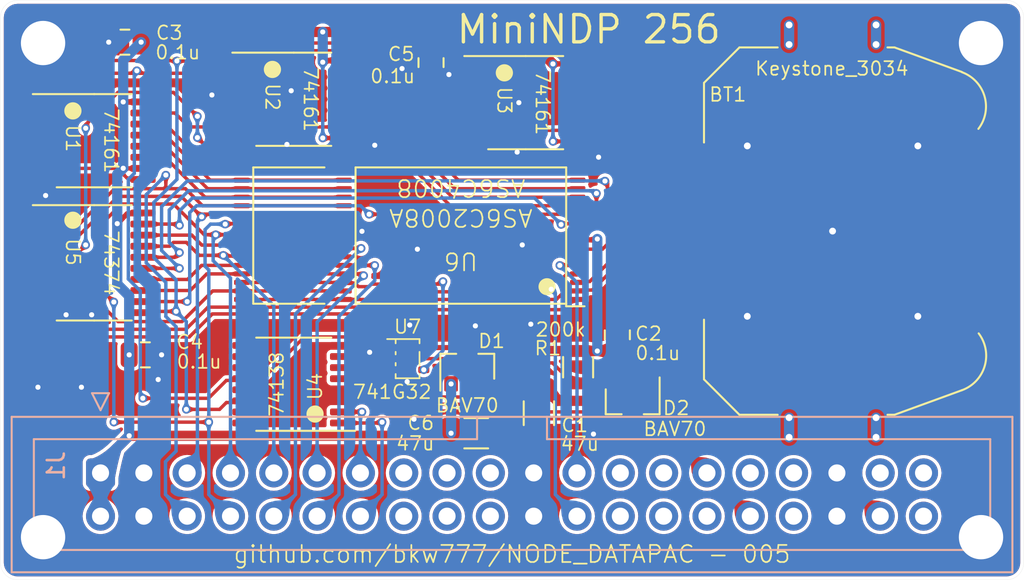
<source format=kicad_pcb>
(kicad_pcb (version 20221018) (generator pcbnew)
  (title_block (title "MiniNDP 256") (date "2023-08-30") (rev "005") (company "Brian K. White - b.kenyon.w@gmail.com") (comment 1 "github.com/bkw777/NODE_DATAPAC"))
  (layers (0 "F.Cu" signal) (31 "B.Cu" signal) (34 "B.Paste" user) (35 "F.Paste" user) (36 "B.SilkS" user "B.Silkscreen") (37 "F.SilkS" user "F.Silkscreen") (38 "B.Mask" user) (39 "F.Mask" user) (44 "Edge.Cuts" user))
  (net 0 "")
  (net 1 "GND")
  (net 2 "VMEM")
  (net 3 "VBUS")
  (net 4 "/AD0")
  (net 5 "/AD1")
  (net 6 "/AD2")
  (net 7 "/AD3")
  (net 8 "/AD4")
  (net 9 "/AD5")
  (net 10 "/AD6")
  (net 11 "/AD7")
  (net 12 "/A8")
  (net 13 "/A9")
  (net 14 "/A10")
  (net 15 "/A11")
  (net 16 "/A12")
  (net 17 "/A13")
  (net 18 "/A14")
  (net 19 "/A15")
  (net 20 "/~{RD}")
  (net 21 "/~{WR}")
  (net 22 "/Y0")
  (net 23 "/~{A}")
  (net 24 "/RAM_RST")
  (net 31 "/~{BLOCK}")
  (net 32 "/~{BYTE}")
  (net 33 "/CARRY0")
  (net 40 "/SLEEP")
  (net 41 "/A5")
  (net 42 "/A6")
  (net 43 "/CARRY1")
  (net 44 "/~{CE}")
  (net 45 "/A7")
  (net 46 "/BATT+")
  (net 47 "/BUS_A8")
  (net 48 "/BUS_A9")
  (net 49 "/A16")
  (net 50 "/A17")
  (net 51 "/A0")
  (net 52 "/A1")
  (net 53 "/A2")
  (net 54 "/A3")
  (net 55 "/A4")
  (footprint "000_LOCAL:MountHole_M2.5" (layer "F.Cu") (at 179.45 88.525)
    (fp_text reference "REF**" hide)
    (fp_text value "MountHole_M2.5" hide)
  )
  (footprint "000_LOCAL:Fiducial_0.75_1.5" (layer "F.Cu") (at 175.95 88.025)
    (fp_text reference "REF**" hide)
    (fp_text value "Fiducial_0.75_1.5" hide)
  )
  (footprint "000_LOCAL:MountHole_M2.5" (layer "F.Cu") (at 124.45 117.525)
    (fp_text reference "REF**" hide)
    (fp_text value "MountHole_M2.5" hide)
  )
  (footprint "000_LOCAL:TSSOP-16" (layer "F.Cu") (at 139.15 108.55 180)
    (fp_text reference "U4")
    (fp_text value "74138")
  )
  (footprint "000_LOCAL:C_1206" (layer "F.Cu") (at 149.85 111.425)
    (fp_text reference "C6")
    (fp_text value "47u")
  )
  (footprint "000_LOCAL:Fiducial_0.75_1.5" (layer "F.Cu") (at 179.95 114.025)
    (fp_text reference "REF**" hide)
    (fp_text value "Fiducial_0.75_1.5" hide)
  )
  (footprint "000_LOCAL:MountHole_M2.5" (layer "F.Cu") (at 179.45 117.525)
    (fp_text reference "REF**" hide)
    (fp_text value "MountHole_M2.5" hide)
  )
  (footprint "000_LOCAL:TSSOP-16" (layer "F.Cu") (at 139.15 91.825)
    (fp_text reference "U2")
    (fp_text value "74161")
  )
  (footprint "000_LOCAL:C_0805" (layer "F.Cu") (at 158.125 105.65 90)
    (fp_text reference "C2")
    (fp_text value "0.1u")
  )
  (footprint "000_LOCAL:C_1206" (layer "F.Cu") (at 153.525 110.25 -90)
    (fp_text reference "C1")
    (fp_text value "47u")
  )
  (footprint "000_LOCAL:SOT-353_SC-70-5" (layer "F.Cu") (at 145.825 107.05)
    (fp_text reference "U7")
    (fp_text value "741G32")
  )
  (footprint "000_LOCAL:R_0805" (layer "F.Cu") (at 155.825 107.55 -90)
    (fp_text reference "R1")
    (fp_text value "200k")
  )
  (footprint "000_LOCAL:C_0805" (layer "F.Cu") (at 129.25 88.475 180)
    (fp_text reference "C3")
    (fp_text value "0.1u")
  )
  (footprint "000_LOCAL:TSSOP-16" (layer "F.Cu") (at 152.75 92.025)
    (fp_text reference "U3")
    (fp_text value "74161")
  )
  (footprint "000_LOCAL:Fiducial_0.75_1.5" (layer "F.Cu") (at 123.95 114.025)
    (fp_text reference "REF**" hide)
    (fp_text value "Fiducial_0.75_1.5" hide)
  )
  (footprint "000_LOCAL:MountHole_M2.5" (layer "F.Cu") (at 124.45 88.525)
    (fp_text reference "REF**" hide)
    (fp_text value "MountHole_M2.5" hide)
  )
  (footprint "000_LOCAL:CR2032_holder_Keystone_3034" (layer "F.Cu") (at 170.746 99.563 90)
    (fp_text reference "BT1")
    (fp_text value "Keystone_3034")
  )
  (footprint "000_LOCAL:SOT-23" (layer "F.Cu") (at 149.325 107.525 90)
    (fp_text reference "D1")
    (fp_text value "BAV70")
  )
  (footprint "000_LOCAL:TSOP32-dual" (layer "F.Cu") (at 145.95 99.825 180)
    (fp_text reference "U6")
    (fp_text value "AS6C2008A")
  )
  (footprint "000_LOCAL:TSSOP-16" (layer "F.Cu") (at 127.45 94.2575)
    (fp_text reference "U1")
    (fp_text value "74161")
  )
  (footprint "000_LOCAL:C_0805" (layer "F.Cu") (at 147.2 89.675 -90)
    (fp_text reference "C5")
    (fp_text value "0.1u")
  )
  (footprint "000_LOCAL:SOT-23" (layer "F.Cu") (at 159.025 109.55 -90)
    (fp_text reference "D2")
    (fp_text value "BAV70")
  )
  (footprint "000_LOCAL:C_0805" (layer "F.Cu") (at 130.45 106.825)
    (fp_text reference "C4")
    (fp_text value "0.1u")
  )
  (footprint "000_LOCAL:TSSOP-20" (layer "F.Cu") (at 127.45 101.425)
    (fp_text reference "U5")
    (fp_text value "74374")
  )
  (footprint "000_LOCAL:IDC-Header_2x20_P2.54mm_Vertical" (layer "B.Cu") (at 127.82 113.755 -90)
    (fp_text reference "J1")
    (fp_text value "Conn_02x20_Odd_Even")
  )
  (gr_arc (start 180.95 86.025) (mid 181.657107 86.317893) (end 181.95 87.025) (stroke (width 0.01)) (layer "Edge.Cuts"))
  (gr_line (start 122.95 86.025) (end 180.95 86.025) (stroke (width 0.01)) (layer "Edge.Cuts"))
  (gr_arc (start 121.95 87.025) (mid 122.242893 86.317893) (end 122.95 86.025) (stroke (width 0.01)) (layer "Edge.Cuts"))
  (gr_line (start 180.95 120.025) (end 122.95 120.025) (stroke (width 0.01)) (layer "Edge.Cuts"))
  (gr_arc (start 181.95 119.025) (mid 181.657107 119.732107) (end 180.95 120.025) (stroke (width 0.01)) (layer "Edge.Cuts"))
  (gr_line (start 181.95 87.025) (end 181.95 119.025) (stroke (width 0.01)) (layer "Edge.Cuts"))
  (gr_arc (start 122.95 120.025) (mid 122.242893 119.732107) (end 121.95 119.025) (stroke (width 0.01)) (layer "Edge.Cuts"))
  (gr_line (start 121.95 119.025) (end 121.95 87.025) (stroke (width 0.01)) (layer "Edge.Cuts"))
  (gr_text "${COMMENT1} - ${REVISION}" (at 151.95 118.525) (layer "F.SilkS") (effects (font (size 1 1) (thickness 0.1))))
  (gr_text "${TITLE}" (at 156.45 87.725) (layer "F.SilkS") (effects (font (size 1.6 1.6) (thickness 0.2))))
  (segment (start 136.1 99.575) (end 142.1 99.575) (width 0.2) (layer "F.Cu") (net 1))
  (via (at 165.746 94.563) (size 0.6) (drill 0.4) (layers "F.Cu" "B.Cu") (net 1))
  (via (at 143.9 94.525) (size 0.5) (drill 0.3) (layers "F.Cu" "B.Cu") (net 1))
  (via (at 124.15 108.725) (size 0.5) (drill 0.3) (layers "F.Cu" "B.Cu") (net 1))
  (via (at 152.35 92.025) (size 0.5) (drill 0.3) (layers "F.Cu" "B.Cu") (net 1))
  (via (at 145.95 105.075) (size 0.5) (drill 0.3) (layers "F.Cu" "B.Cu") (net 1))
  (via (at 157.025 95.225) (size 0.5) (drill 0.3) (layers "F.Cu" "B.Cu") (net 1))
  (via (at 170.746 99.563) (size 0.6) (drill 0.4) (layers "F.Cu" "B.Cu") (net 1))
  (via (at 126.7 108.725) (size 0.5) (drill 0.3) (layers "F.Cu" "B.Cu") (net 1))
  (via (at 143.6 106.675) (size 0.5) (drill 0.3) (layers "F.Cu" "B.Cu") (net 1))
  (via (at 143.15 99.575) (size 0.5) (drill 0.3) (layers "F.Cu" "B.Cu") (net 1))
  (via (at 145.8 108.4) (size 0.5) (drill 0.3) (layers "F.Cu" "B.Cu") (net 1))
  (via (at 131.2 108.275) (size 0.5) (drill 0.3) (layers "F.Cu" "B.Cu") (net 1))
  (via (at 131.4 106.825) (size 0.5) (drill 0.3) (layers "F.Cu" "B.Cu") (net 1))
  (via (at 128.3 88.475) (size 0.5) (drill 0.3) (layers "F.Cu" "B.Cu") (net 1))
  (via (at 124.6 97.475) (size 0.5) (drill 0.3) (layers "F.Cu" "B.Cu") (net 1))
  (via (at 153.05 105.025) (size 0.5) (drill 0.3) (layers "F.Cu" "B.Cu") (net 1))
  (via (at 127.3 104.475) (size 0.5) (drill 0.3) (layers "F.Cu" "B.Cu") (net 1))
  (via (at 152.25 94.925) (size 0.5) (drill 0.3) (layers "F.Cu" "B.Cu") (net 1))
  (via (at 139 91.325) (size 0.5) (drill 0.3) (layers "F.Cu" "B.Cu") (net 1))
  (via (at 134.35 91.575) (size 0.5) (drill 0.3) (layers "F.Cu" "B.Cu") (net 1))
  (via (at 165.746 104.563) (size 0.6) (drill 0.4) (layers "F.Cu" "B.Cu") (net 1))
  (via (at 149.8 105.125) (size 0.5) (drill 0.3) (layers "F.Cu" "B.Cu") (net 1))
  (via (at 145.5 90.025) (size 0.5) (drill 0.3) (layers "F.Cu" "B.Cu") (net 1))
  (via (at 175.746 94.563) (size 0.6) (drill 0.4) (layers "F.Cu" "B.Cu") (net 1))
  (via (at 148.25 90.375) (size 0.5) (drill 0.3) (layers "F.Cu" "B.Cu") (net 1))
  (via (at 175.746 104.563) (size 0.6) (drill 0.4) (layers "F.Cu" "B.Cu") (net 1))
  (via (at 146.2 110.6) (size 0.5) (drill 0.3) (layers "F.Cu" "B.Cu") (net 1))
  (via (at 146.4 100.625) (size 0.5) (drill 0.3) (layers "F.Cu" "B.Cu") (net 1))
  (via (at 156.725 111.475) (size 0.5) (drill 0.3) (layers "F.Cu" "B.Cu") (net 1))
  (via (at 138.75 94.475) (size 0.5) (drill 0.3) (layers "F.Cu" "B.Cu") (net 1))
  (via (at 152.55 100.375) (size 0.5) (drill 0.3) (layers "F.Cu" "B.Cu") (net 1))
  (via (at 125.8 104.475) (size 0.5) (drill 0.3) (layers "F.Cu" "B.Cu") (net 1))
  (segment (start 154.95 100.3) (end 155.125 100.125) (width 0.2) (layer "F.Cu") (net 2))
  (segment (start 155.125 101.025) (end 154.95 100.85) (width 0.2) (layer "F.Cu") (net 2))
  (segment (start 149.325 106.525) (end 149.4 106.6) (width 0.6) (layer "F.Cu") (net 2))
  (segment (start 149.4 106.6) (end 155.825 106.6) (width 0.6) (layer "F.Cu") (net 2))
  (segment (start 155.8 101.075) (end 155.75 101.025) (width 0.2) (layer "F.Cu") (net 2))
  (segment (start 158.125 106.6) (end 158.175 106.65) (width 0.6) (layer "F.Cu") (net 2))
  (segment (start 156.95 106.6) (end 155.825 106.6) (width 0.6) (layer "F.Cu") (net 2))
  (segment (start 156.95 100.075) (end 155.8 100.075) (width 0.3) (layer "F.Cu") (net 2))
  (segment (start 156.95 106.6) (end 158.125 106.6) (width 0.6) (layer "F.Cu") (net 2))
  (segment (start 149.2 106.4) (end 146.775 106.4) (width 0.3) (layer "F.Cu") (net 2))
  (segment (start 149.325 106.525) (end 149.2 106.4) (width 0.3) (layer "F.Cu") (net 2))
  (segment (start 155.125 100.125) (end 155.75 100.125) (width 0.2) (layer "F.Cu") (net 2))
  (segment (start 155.75 101.025) (end 155.125 101.025) (width 0.2) (layer "F.Cu") (net 2))
  (segment (start 155.75 100.125) (end 155.8 100.075) (width 0.2) (layer "F.Cu") (net 2))
  (segment (start 154.95 100.85) (end 154.95 100.3) (width 0.2) (layer "F.Cu") (net 2))
  (via (at 156.95 106.6) (size 0.5) (drill 0.3) (layers "F.Cu" "B.Cu") (net 2))
  (via (at 156.95 100.025) (size 0.5) (drill 0.3) (layers "F.Cu" "B.Cu") (net 2))
  (segment (start 156.95 106.6) (end 156.95 100.025) (width 0.6) (layer "B.Cu") (net 2))
  (segment (start 129.15 95.875) (end 129.1575 95.8825) (width 0.2) (layer "F.Cu") (net 3))
  (segment (start 140.875 94.1) (end 142.1125 94.1) (width 0.2) (layer "F.Cu") (net 3))
  (segment (start 128.35 113.225) (end 127.82 113.755) (width 0.6) (layer "F.Cu") (net 3))
  (segment (start 154.35 89.75) (end 153.325 88.725) (width 0.6) (layer "F.Cu") (net 3))
  (segment (start 129.375 98.55) (end 130.2625 98.55) (width 0.3) (layer "F.Cu") (net 3))
  (segment (start 136.2875 110.825) (end 136.2875 111.2625) (width 0.3) (layer "F.Cu") (net 3))
  (segment (start 128.8 99.125) (end 129.375 98.55) (width 0.3) (layer "F.Cu") (net 3))
  (segment (start 129.5 111.575) (end 128.35 112.725) (width 0.6) (layer "F.Cu") (net 3))
  (segment (start 136.2875 111.2625) (end 136.6 111.575) (width 0.3) (layer "F.Cu") (net 3))
  (segment (start 129.375 96.45) (end 129.15 96.225) (width 0.2) (layer "F.Cu") (net 3))
  (segment (start 136.6 111.575) (end 129.5 111.575) (width 0.6) (layer "F.Cu") (net 3))
  (segment (start 146.35 87.875) (end 147.2 88.725) (width 0.6) (layer "F.Cu") (net 3))
  (segment (start 148.225 111.575) (end 136.6 111.575) (width 0.6) (layer "F.Cu") (net 3))
  (segment (start 140.95 89.55) (end 142.0125 89.55) (width 0.3) (layer "F.Cu") (net 3))
  (segment (start 130.8 87.875) (end 146.35 87.875) (width 0.6) (layer "F.Cu") (net 3))
  (segment (start 130.2625 98.55) (end 130.3125 98.5) (width 0.3) (layer "F.Cu") (net 3))
  (segment (start 136.2875 111.2625) (end 135.975 111.575) (width 0.3) (layer "F.Cu") (net 3))
  (segment (start 128.35 112.725) (end 128.35 113.225) (width 0.6) (layer "F.Cu") (net 3))
  (segment (start 130.2 88.475) (end 130.8 87.875) (width 0.6) (layer "F.Cu") (net 3))
  (segment (start 140.85 89.65) (end 140.95 89.55) (width 0.3) (layer "F.Cu") (net 3))
  (segment (start 129.15 91.9825) (end 130.3125 91.9825) (width 0.3) (layer "F.Cu") (net 3))
  (segment (start 129.1575 95.8825) (end 130.3125 95.8825) (width 0.2) (layer "F.Cu") (net 3))
  (segment (start 129.1425 95.8825) (end 124.5875 95.8825) (width 0.2) (layer "F.Cu") (net 3))
  (segment (start 153.325 88.725) (end 147.2 88.725) (width 0.6) (layer "F.Cu") (net 3))
  (segment (start 129.15 95.875) (end 129.1425 95.8825) (width 0.2) (layer "F.Cu") (net 3))
  (segment (start 129.15 96.225) (end 129.15 95.875) (width 0.2) (layer "F.Cu") (net 3))
  (segment (start 130.23 96.45) (end 129.375 96.45) (width 0.2) (layer "F.Cu") (net 3))
  (segment (start 154.35 89.75) (end 155.6125 89.75) (width 0.3) (layer "F.Cu") (net 3))
  (segment (start 148.375 111.425) (end 148.225 111.575) (width 0.6) (layer "F.Cu") (net 3))
  (segment (start 130.3125 96.5325) (end 130.23 96.45) (width 0.2) (layer "F.Cu") (net 3))
  (segment (start 154.35 94.3) (end 155.6125 94.3) (width 0.2) (layer "F.Cu") (net 3))
  (via (at 130.2 88.475) (size 0.5) (drill 0.3) (layers "F.Cu" "B.Cu") (net 3))
  (via (at 140.85 89.65) (size 0.5) (drill 0.3) (layers "F.Cu" "B.Cu") (net 3))
  (via (at 140.85 94.1) (size 0.5) (drill 0.3) (layers "F.Cu" "B.Cu") (net 3))
  (via (at 148.375 111.425) (size 0.5) (drill 0.3) (layers "F.Cu" "B.Cu") (net 3))
  (via (at 154.35 89.75) (size 0.5) (drill 0.3) (layers "F.Cu" "B.Cu") (net 3))
  (via (at 148.375 108.5325) (size 0.5) (drill 0.3) (layers "F.Cu" "B.Cu") (net 3))
  (via (at 129.5 111.575) (size 0.5) (drill 0.3) (layers "F.Cu" "B.Cu") (net 3))
  (via (at 154.35 94.3) (size 0.5) (drill 0.3) (layers "F.Cu" "B.Cu") (net 3))
  (via (at 129.5 106.825) (size 0.5) (drill 0.3) (layers "F.Cu" "B.Cu") (net 3))
  (via (at 128.8 99.125) (size 0.5) (drill 0.3) (layers "F.Cu" "B.Cu") (net 3))
  (via (at 129.15 95.875) (size 0.5) (drill 0.3) (layers "F.Cu" "B.Cu") (net 3))
  (via (at 140.85 87.875) (size 0.5) (drill 0.3) (layers "F.Cu" "B.Cu") (net 3))
  (via (at 129.15 91.9825) (size 0.5) (drill 0.3) (layers "F.Cu" "B.Cu") (net 3))
  (segment (start 129.15 89.525) (end 129.15 91.9825) (width 0.6) (layer "B.Cu") (net 3))
  (segment (start 127.82 116.295) (end 127.82 113.755) (width 0.6) (layer "B.Cu") (net 3))
  (segment (start 128.35 112.725) (end 128.35 113.225) (width 0.6) (layer "B.Cu") (net 3))
  (segment (start 148.375 111.425) (end 148.375 108.5325) (width 0.6) (layer "B.Cu") (net 3))
  (segment (start 140.85 87.875) (end 140.85 89.65) (width 0.6) (layer "B.Cu") (net 3))
  (segment (start 129.15 91.9825) (end 129.15 95.875) (width 0.6) (layer "B.Cu") (net 3))
  (segment (start 140.85 89.65) (end 140.85 94.1) (width 0.2) (layer "B.Cu") (net 3))
  (segment (start 129.5 106.825) (end 129.5 111.575) (width 0.6) (layer "B.Cu") (net 3))
  (segment (start 154.35 94.3) (end 154.35 89.75) (width 0.2) (layer "B.Cu") (net 3))
  (segment (start 128.35 113.225) (end 127.82 113.755) (width 0.6) (layer "B.Cu") (net 3))
  (segment (start 128.8 102.675) (end 129.5 103.375) (width 0.6) (layer "B.Cu") (net 3))
  (segment (start 128.8 99.125) (end 128.8 96.225) (width 0.6) (layer "B.Cu") (net 3))
  (segment (start 130.2 88.475) (end 129.15 89.525) (width 0.6) (layer "B.Cu") (net 3))
  (segment (start 128.8 96.225) (end 129.15 95.875) (width 0.6) (layer "B.Cu") (net 3))
  (segment (start 129.5 103.375) (end 129.5 106.825) (width 0.6) (layer "B.Cu") (net 3))
  (segment (start 128.8 99.125) (end 128.8 102.675) (width 0.6) (layer "B.Cu") (net 3))
  (segment (start 129.5 111.575) (end 128.35 112.725) (width 0.6) (layer "B.Cu") (net 3))
  (segment (start 131.65 96.95) (end 131.775 97.075) (width 0.2) (layer "F.Cu") (net 4))
  (segment (start 131.775 97.075) (end 128.65 97.075) (width 0.2) (layer "F.Cu") (net 4))
  (segment (start 125.925 99.8) (end 124.5875 99.8) (width 0.2) (layer "F.Cu") (net 4))
  (segment (start 131.65 96.95) (end 131.525 97.075) (width 0.2) (layer "F.Cu") (net 4))
  (segment (start 133.8 98.075) (end 132.8 97.075) (width 0.2) (layer "F.Cu") (net 4))
  (segment (start 128.65 97.075) (end 125.925 99.8) (width 0.2) (layer "F.Cu") (net 4))
  (segment (start 131.65 96.275) (end 131.65 96.95) (width 0.2) (layer "F.Cu") (net 4))
  (segment (start 132.8 97.075) (end 131.775 97.075) (width 0.2) (layer "F.Cu") (net 4))
  (segment (start 136.1 98.075) (end 133.8 98.075) (width 0.2) (layer "F.Cu") (net 4))
  (segment (start 142.100001 98.075001) (end 136.1 98.075) (width 0.2) (layer "F.Cu") (net 4))
  (via (at 131.65 96.275) (size 0.5) (drill 0.3) (layers "F.Cu" "B.Cu") (net 4))
  (segment (start 130.5 101.425) (end 130.5 97.425) (width 0.2) (layer "B.Cu") (net 4))
  (segment (start 131.65 104.575) (end 131.65 102.575) (width 0.2) (layer "B.Cu") (net 4))
  (segment (start 132.25 112.475) (end 132.25 105.175) (width 0.2) (layer "B.Cu") (net 4))
  (segment (start 131.63 113.095) (end 132.25 112.475) (width 0.2) (layer "B.Cu") (net 4))
  (segment (start 132.9 116.295) (end 131.63 115.025) (width 0.2) (layer "B.Cu") (net 4))
  (segment (start 130.5 97.425) (end 131.65 96.275) (width 0.2) (layer "B.Cu") (net 4))
  (segment (start 132.25 105.175) (end 131.65 104.575) (width 0.2) (layer "B.Cu") (net 4))
  (segment (start 131.65 102.575) (end 130.5 101.425) (width 0.2) (layer "B.Cu") (net 4))
  (segment (start 131.63 115.025) (end 131.63 113.095) (width 0.2) (layer "B.Cu") (net 4))
  (segment (start 132.55 97.525) (end 128.85 97.525) (width 0.2) (layer "F.Cu") (net 5))
  (segment (start 133.75 98.725) (end 132.55 97.525) (width 0.2) (layer "F.Cu") (net 5))
  (segment (start 128.85 97.525) (end 125.925 100.45) (width 0.2) (layer "F.Cu") (net 5))
  (segment (start 133.75 98.725) (end 133.9 98.575) (width 0.2) (layer "F.Cu") (net 5))
  (segment (start 133.9 98.575) (end 136.1 98.575) (width 0.2) (layer "F.Cu") (net 5))
  (segment (start 125.925 100.45) (end 124.5875 100.45) (width 0.2) (layer "F.Cu") (net 5))
  (segment (start 136.099999 98.575) (end 142.099999 98.575) (width 0.2) (layer "F.Cu") (net 5))
  (via (at 133.75 98.725) (size 0.5) (drill 0.3) (layers "F.Cu" "B.Cu") (net 5))
  (segment (start 133.5 112.775) (end 132.9 113.375) (width 0.2) (layer "B.Cu") (net 5))
  (segment (start 133.5 98.975) (end 133.5 112.775) (width 0.2) (layer "B.Cu") (net 5))
  (segment (start 132.9 113.375) (end 132.9 113.755) (width 0.2) (layer "B.Cu") (net 5))
  (segment (start 133.75 98.725) (end 133.5 98.975) (width 0.2) (layer "B.Cu") (net 5))
  (segment (start 136.05 99.125) (end 135.16 99.125) (width 0.2) (layer "F.Cu") (net 6))
  (segment (start 142.100002 99.075) (end 136.1 99.075) (width 0.2) (layer "F.Cu") (net 6))
  (segment (start 127.925 103.05) (end 124.5875 103.05) (width 0.2) (layer "F.Cu") (net 6))
  (segment (start 136.1 99.075) (end 136.05 99.125) (width 0.2) (layer "F.Cu") (net 6))
  (segment (start 128.6 103.725) (end 127.925 103.05) (width 0.2) (layer "F.Cu") (net 6))
  (segment (start 128.6 110.775) (end 134.17 110.775) (width 0.2) (layer "F.Cu") (net 6))
  (segment (start 135.16 99.125) (end 135.13 99.155) (width 0.2) (layer "F.Cu") (net 6))
  (via (at 135.13 99.155) (size 0.5) (drill 0.3) (layers "F.Cu" "B.Cu") (net 6))
  (via (at 128.6 103.725) (size 0.5) (drill 0.3) (layers "F.Cu" "B.Cu") (net 6))
  (via (at 134.17 110.775) (size 0.5) (drill 0.3) (layers "F.Cu" "B.Cu") (net 6))
  (via (at 128.6 110.775) (size 0.5) (drill 0.3) (layers "F.Cu" "B.Cu") (net 6))
  (segment (start 128.6 103.725) (end 128.6 110.775) (width 0.2) (layer "B.Cu") (net 6))
  (segment (start 133.95 99.475) (end 134.27 99.155) (width 0.2) (layer "B.Cu") (net 6))
  (segment (start 133.95 101.625) (end 133.95 99.475) (width 0.2) (layer "B.Cu") (net 6))
  (segment (start 134.17 110.775) (end 134.17 101.845) (width 0.2) (layer "B.Cu") (net 6))
  (segment (start 134.17 110.775) (end 134.17 115.025) (width 0.2) (layer "B.Cu") (net 6))
  (segment (start 134.17 115.025) (end 135.44 116.295) (width 0.2) (layer "B.Cu") (net 6))
  (segment (start 134.27 99.155) (end 135.13 99.155) (width 0.2) (layer "B.Cu") (net 6))
  (segment (start 134.17 101.845) (end 133.95 101.625) (width 0.2) (layer "B.Cu") (net 6))
  (segment (start 124.5875 102.4) (end 125.925 102.4) (width 0.2) (layer "F.Cu") (net 7))
  (segment (start 135.51 100.025) (end 136.05 100.025) (width 0.2) (layer "F.Cu") (net 7))
  (segment (start 128.15 100.175) (end 128.15 98.875) (width 0.2) (layer "F.Cu") (net 7))
  (segment (start 128.15 98.875) (end 129.05 97.975) (width 0.2) (layer "F.Cu") (net 7))
  (segment (start 125.925 102.4) (end 128.15 100.175) (width 0.2) (layer "F.Cu") (net 7))
  (segment (start 129.05 97.975) (end 132.1 97.975) (width 0.2) (layer "F.Cu") (net 7))
  (segment (start 135.26 99.775) (end 134.575 99.775) (width 0.2) (layer "F.Cu") (net 7))
  (segment (start 132.1 97.975) (end 133.9 99.775) (width 0.2) (layer "F.Cu") (net 7))
  (segment (start 135.26 99.775) (end 135.51 100.025) (width 0.2) (layer "F.Cu") (net 7))
  (segment (start 142.1 100.075) (end 136.1 100.075) (width 0.2) (layer "F.Cu") (net 7))
  (segment (start 136.05 100.025) (end 136.1 100.075) (width 0.2) (layer "F.Cu") (net 7))
  (segment (start 133.9 99.775) (end 134.575 99.775) (width 0.2) (layer "F.Cu") (net 7))
  (via (at 134.575 99.775) (size 0.5) (drill 0.3) (layers "F.Cu" "B.Cu") (net 7))
  (segment (start 134.425 99.95) (end 134.425 101.3) (width 0.2) (layer "B.Cu") (net 7))
  (segment (start 135.44 102.315) (end 135.44 113.755) (width 0.2) (layer "B.Cu") (net 7))
  (segment (start 134.425 101.3) (end 135.44 102.315) (width 0.2) (layer "B.Cu") (net 7))
  (segment (start 134.6 99.775) (end 134.425 99.95) (width 0.2) (layer "B.Cu") (net 7))
  (segment (start 136.05 100.525) (end 135.4 100.525) (width 0.2) (layer "F.Cu") (net 8))
  (segment (start 143.1 100.575) (end 142.100002 100.575) (width 0.2) (layer "F.Cu") (net 8))
  (segment (start 136.1 100.575) (end 142.1 100.575) (width 0.2) (layer "F.Cu") (net 8))
  (segment (start 135.26 100.385) (end 133.76 100.385) (width 0.2) (layer "F.Cu") (net 8))
  (segment (start 133.175 99.8) (end 130.3125 99.8) (width 0.2) (layer "F.Cu") (net 8))
  (segment (start 135.4 100.525) (end 135.26 100.385) (width 0.2) (layer "F.Cu") (net 8))
  (segment (start 136.1 100.575) (end 136.05 100.525) (width 0.2) (layer "F.Cu") (net 8))
  (segment (start 133.76 100.385) (end 133.175 99.8) (width 0.2) (layer "F.Cu") (net 8))
  (via (at 143.1 100.575) (size 0.5) (drill 0.3) (layers "F.Cu" "B.Cu") (net 8))
  (segment (start 139.25 115.025) (end 137.98 116.295) (width 0.2) (layer "B.Cu") (net 8))
  (segment (start 143.1 100.575) (end 139.25 104.425) (width 0.2) (layer "B.Cu") (net 8))
  (segment (start 139.25 104.425) (end 139.25 115.025) (width 0.2) (layer "B.Cu") (net 8))
  (segment (start 132.85 100.225) (end 132.1 100.225) (width 0.2) (layer "F.Cu") (net 9))
  (segment (start 135.02 100.985) (end 135.06 101.025) (width 0.2) (layer "F.Cu") (net 9))
  (segment (start 136.05 101.025) (end 136.1 101.075) (width 0.2) (layer "F.Cu") (net 9))
  (segment (start 135.06 101.025) (end 136.05 101.025) (width 0.2) (layer "F.Cu") (net 9))
  (segment (start 135.02 100.985) (end 133.61 100.985) (width 0.2) (layer "F.Cu") (net 9))
  (segment (start 142.1 101.075) (end 136.1 101.075) (width 0.2) (layer "F.Cu") (net 9))
  (segment (start 131.875 100.45) (end 130.3125 100.45) (width 0.2) (layer "F.Cu") (net 9))
  (segment (start 132.1 100.225) (end 131.875 100.45) (width 0.2) (layer "F.Cu") (net 9))
  (segment (start 133.61 100.985) (end 132.85 100.225) (width 0.2) (layer "F.Cu") (net 9))
  (via (at 135.02 100.985) (size 0.5) (drill 0.3) (layers "F.Cu" "B.Cu") (net 9))
  (segment (start 137.98 103.945) (end 137.98 113.755) (width 0.2) (layer "B.Cu") (net 9))
  (segment (start 135.02 100.985) (end 137.98 103.945) (width 0.2) (layer "B.Cu") (net 9))
  (segment (start 132.925 102.4) (end 130.3125 102.4) (width 0.2) (layer "F.Cu") (net 10))
  (segment (start 143.899999 101.574999) (end 142.100001 101.574999) (width 0.2) (layer "F.Cu") (net 10))
  (segment (start 142.1 101.575) (end 136.1 101.575) (width 0.2) (layer "F.Cu") (net 10))
  (segment (start 143.9 101.575) (end 143.899999 101.574999) (width 0.2) (layer "F.Cu") (net 10))
  (segment (start 136.1 101.575) (end 133.75 101.575) (width 0.2) (layer "F.Cu") (net 10))
  (segment (start 133.75 101.575) (end 132.925 102.4) (width 0.2) (layer "F.Cu") (net 10))
  (via (at 143.9 101.575) (size 0.5) (drill 0.3) (layers "F.Cu" "B.Cu") (net 10))
  (segment (start 143.9 102.465) (end 141.8 104.565) (width 0.2) (layer "B.Cu") (net 10))
  (segment (start 141.8 115.015) (end 140.52 116.295) (width 0.2) (layer "B.Cu") (net 10))
  (segment (start 141.8 104.565) (end 141.8 115.015) (width 0.2) (layer "B.Cu") (net 10))
  (segment (start 143.9 101.575) (end 143.9 102.465) (width 0.2) (layer "B.Cu") (net 10))
  (segment (start 136.1 102.075) (end 134.05 102.075) (width 0.2) (layer "F.Cu") (net 11))
  (segment (start 142.1 102.075) (end 143.15 102.075) (width 0.2) (layer "F.Cu") (net 11))
  (segment (start 134.05 102.075) (end 133.075 103.05) (width 0.2) (layer "F.Cu") (net 11))
  (segment (start 133.075 103.05) (end 130.3125 103.05) (width 0.2) (layer "F.Cu") (net 11))
  (segment (start 136.1 102.075) (end 142.1 102.075) (width 0.2) (layer "F.Cu") (net 11))
  (segment (start 143.25 102.175) (end 143.15 102.075) (width 0.2) (layer "F.Cu") (net 11))
  (via (at 143.25 102.175) (size 0.5) (drill 0.3) (layers "F.Cu" "B.Cu") (net 11))
  (segment (start 143.25 102.175) (end 140.52 104.905) (width 0.2) (layer "B.Cu") (net 11))
  (segment (start 140.52 104.905) (end 140.52 113.755) (width 0.2) (layer "B.Cu") (net 11))
  (segment (start 156.5 102.525) (end 158 101.025) (width 0.2) (layer "F.Cu") (net 12))
  (segment (start 155.7125 91.8) (end 155.6125 91.7) (width 0.2) (layer "F.Cu") (net 12))
  (segment (start 158 101.025) (end 158 93.1) (width 0.2) (layer "F.Cu") (net 12))
  (segment (start 155.85 102.525) (end 156.5 102.525) (width 0.2) (layer "F.Cu") (net 12))
  (segment (start 156.7 91.8) (end 155.7125 91.8) (width 0.2) (layer "F.Cu") (net 12))
  (segment (start 158 93.1) (end 156.7 91.8) (width 0.2) (layer "F.Cu") (net 12))
  (segment (start 155.8 102.575) (end 155.85 102.525) (width 0.2) (layer "F.Cu") (net 12))
  (segment (start 156.675 91.15) (end 158.45 92.925) (width 0.2) (layer "F.Cu") (net 13))
  (segment (start 155.7125 91.15) (end 156.675 91.15) (width 0.2) (layer "F.Cu") (net 13))
  (segment (start 158.45 101.225) (end 156.65 103.025) (width 0.2) (layer "F.Cu") (net 13))
  (segment (start 155.6125 91.05) (end 155.7125 91.15) (width 0.2) (layer "F.Cu") (net 13))
  (segment (start 156.65 103.025) (end 155.85 103.025) (width 0.2) (layer "F.Cu") (net 13))
  (segment (start 158.45 92.925) (end 158.45 101.225) (width 0.2) (layer "F.Cu") (net 13))
  (segment (start 155.85 103.025) (end 155.8 103.075) (width 0.2) (layer "F.Cu") (net 13))
  (segment (start 134.4 103.075) (end 136.1 103.075) (width 0.2) (layer "F.Cu") (net 14))
  (segment (start 127.675 103.7) (end 128.85 104.875) (width 0.2) (layer "F.Cu") (net 14))
  (segment (start 128.85 104.875) (end 132.6 104.875) (width 0.2) (layer "F.Cu") (net 14))
  (segment (start 142.100002 103.075) (end 136.1 103.075) (width 0.2) (layer "F.Cu") (net 14))
  (segment (start 124.5875 103.7) (end 127.675 103.7) (width 0.2) (layer "F.Cu") (net 14))
  (segment (start 132.6 104.875) (end 134.4 103.075) (width 0.2) (layer "F.Cu") (net 14))
  (segment (start 143.9 104.425) (end 134.375 104.425) (width 0.2) (layer "F.Cu") (net 15))
  (segment (start 123.9 105.775) (end 123.05 104.925) (width 0.2) (layer "F.Cu") (net 15))
  (segment (start 134.375 104.425) (end 133.025 105.775) (width 0.2) (layer "F.Cu") (net 15))
  (segment (start 155.8 103.575) (end 155.5 103.575) (width 0.2) (layer "F.Cu") (net 15))
  (segment (start 123.05 99.85) (end 123.65 99.25) (width 0.2) (layer "F.Cu") (net 15))
  (segment (start 144.15 104.175) (end 143.9 104.425) (width 0.2) (layer "F.Cu") (net 15))
  (segment (start 155.5 103.575) (end 154.9 104.175) (width 0.2) (layer "F.Cu") (net 15))
  (segment (start 123.65 99.25) (end 124.4875 99.25) (width 0.2) (layer "F.Cu") (net 15))
  (segment (start 123.05 104.925) (end 123.05 99.85) (width 0.2) (layer "F.Cu") (net 15))
  (segment (start 124.4875 99.25) (end 124.5875 99.15) (width 0.2) (layer "F.Cu") (net 15))
  (segment (start 133.025 105.775) (end 123.9 105.775) (width 0.2) (layer "F.Cu") (net 15))
  (segment (start 154.9 104.175) (end 144.15 104.175) (width 0.2) (layer "F.Cu") (net 15))
  (segment (start 128.8375 91.425) (end 132.1 91.425) (width 0.2) (layer "F.Cu") (net 16))
  (segment (start 135 95.575) (end 145.83 95.575) (width 0.2) (layer "F.Cu") (net 16))
  (segment (start 124.6875 101.65) (end 124.5875 101.75) (width 0.2) (layer "F.Cu") (net 16))
  (segment (start 132.1 91.425) (end 133.5 92.825) (width 0.2) (layer "F.Cu") (net 16))
  (segment (start 125.675 101.65) (end 124.6875 101.65) (width 0.2) (layer "F.Cu") (net 16))
  (segment (start 145.83 95.575) (end 148.33 98.075) (width 0.2) (layer "F.Cu") (net 16))
  (segment (start 126.95 100.375) (end 125.675 101.65) (width 0.2) (layer "F.Cu") (net 16))
  (segment (start 126.95 93.3125) (end 128.8375 91.425) (width 0.2) (layer "F.Cu") (net 16))
  (segment (start 126.95 93.525) (end 126.95 93.3125) (width 0.2) (layer "F.Cu") (net 16))
  (segment (start 133.5 94.075) (end 135 95.575) (width 0.2) (layer "F.Cu") (net 16))
  (segment (start 148.33 98.075) (end 155.8 98.075) (width 0.2) (layer "F.Cu") (net 16))
  (via (at 126.95 93.525) (size 0.5) (drill 0.3) (layers "F.Cu" "B.Cu") (net 16))
  (via (at 126.95 100.375) (size 0.5) (drill 0.3) (layers "F.Cu" "B.Cu") (net 16))
  (via (at 133.5 94.075) (size 0.5) (drill 0.3) (layers "F.Cu" "B.Cu") (net 16))
  (via (at 133.5 92.825) (size 0.5) (drill 0.3) (layers "F.Cu" "B.Cu") (net 16))
  (segment (start 133.5 92.825) (end 133.5 94.075) (width 0.2) (layer "B.Cu") (net 16))
  (segment (start 126.95 100.375) (end 126.95 93.525) (width 0.2) (layer "B.Cu") (net 16))
  (segment (start 123.45 101.425) (end 123.675 101.2) (width 0.2) (layer "F.Cu") (net 17))
  (segment (start 154.55 103.575) (end 144.1 103.575) (width 0.2) (layer "F.Cu") (net 17))
  (segment (start 124.05 105.325) (end 123.45 104.725) (width 0.2) (layer "F.Cu") (net 17))
  (segment (start 132.825 105.325) (end 124.05 105.325) (width 0.2) (layer "F.Cu") (net 17))
  (segment (start 123.45 104.725) (end 123.45 101.425) (width 0.2) (layer "F.Cu") (net 17))
  (segment (start 155.8 102.075) (end 155.75 102.125) (width 0.2) (layer "F.Cu") (net 17))
  (segment (start 144.1 103.575) (end 143.65 104.025) (width 0.2) (layer "F.Cu") (net 17))
  (segment (start 154.95 102.295) (end 154.95 103.175) (width 0.2) (layer "F.Cu") (net 17))
  (segment (start 123.675 101.2) (end 124.4875 101.2) (width 0.2) (layer "F.Cu") (net 17))
  (segment (start 155.75 102.125) (end 155.12 102.125) (width 0.2) (layer "F.Cu") (net 17))
  (segment (start 134.125 104.025) (end 132.825 105.325) (width 0.2) (layer "F.Cu") (net 17))
  (segment (start 124.4875 101.2) (end 124.5875 101.1) (width 0.2) (layer "F.Cu") (net 17))
  (segment (start 155.12 102.125) (end 154.95 102.295) (width 0.2) (layer "F.Cu") (net 17))
  (segment (start 154.95 103.175) (end 154.55 103.575) (width 0.2) (layer "F.Cu") (net 17))
  (segment (start 143.65 104.025) (end 134.125 104.025) (width 0.2) (layer "F.Cu") (net 17))
  (segment (start 143.57 98.575) (end 155.8 98.575) (width 0.2) (layer "F.Cu") (net 18))
  (segment (start 132.9 103.7) (end 130.3125 103.7) (width 0.2) (layer "F.Cu") (net 18))
  (via (at 143.57 98.575) (size 0.5) (drill 0.3) (layers "F.Cu" "B.Cu") (net 18))
  (via (at 132.9 103.7) (size 0.5) (drill 0.3) (layers "F.Cu" "B.Cu") (net 18))
  (segment (start 133.45 98.075) (end 143.07 98.075) (width 0.2) (layer "B.Cu") (net 18))
  (segment (start 133.05 103.55) (end 133.05 98.475) (width 0.2) (layer "B.Cu") (net 18))
  (segment (start 133.05 98.475) (end 133.45 98.075) (width 0.2) (layer "B.Cu") (net 18))
  (segment (start 132.9 103.7) (end 133.05 103.55) (width 0.2) (layer "B.Cu") (net 18))
  (segment (start 143.07 98.075) (end 143.57 98.575) (width 0.2) (layer "B.Cu") (net 18))
  (segment (start 132.45 101.75) (end 130.3125 101.75) (width 0.2) (layer "F.Cu") (net 19))
  (segment (start 157.55 96.775) (end 157.55 100.325) (width 0.2) (layer "F.Cu") (net 19))
  (segment (start 155.85 100.625) (end 155.8 100.575) (width 0.2) (layer "F.Cu") (net 19))
  (segment (start 157.4 96.625) (end 157.55 96.775) (width 0.2) (layer "F.Cu") (net 19))
  (segment (start 157.55 100.325) (end 157.25 100.625) (width 0.2) (layer "F.Cu") (net 19))
  (segment (start 157.25 100.625) (end 155.85 100.625) (width 0.2) (layer "F.Cu") (net 19))
  (via (at 157.4 96.625) (size 0.5) (drill 0.3) (layers "F.Cu" "B.Cu") (net 19))
  (via (at 132.45 101.75) (size 0.5) (drill 0.3) (layers "F.Cu" "B.Cu") (net 19))
  (segment (start 157.39 96.615) (end 157.4 96.625) (width 0.2) (layer "B.Cu") (net 19))
  (segment (start 131.4 98.125) (end 132.91 96.615) (width 0.2) (layer "B.Cu") (net 19))
  (segment (start 132.45 101.75) (end 131.4 100.7) (width 0.2) (layer "B.Cu") (net 19))
  (segment (start 131.4 100.7) (end 131.4 98.125) (width 0.2) (layer "B.Cu") (net 19))
  (segment (start 132.91 96.615) (end 157.39 96.615) (width 0.2) (layer "B.Cu") (net 19))
  (segment (start 143.45 103.575) (end 142.1 103.575) (width 0.2) (layer "F.Cu") (net 20))
  (segment (start 143.9 103.125) (end 143.45 103.575) (width 0.2) (layer "F.Cu") (net 20))
  (segment (start 154.25 102.975) (end 154.1 103.125) (width 0.2) (layer "F.Cu") (net 20))
  (segment (start 154.1 103.125) (end 143.9 103.125) (width 0.2) (layer "F.Cu") (net 20))
  (segment (start 136.1 103.574999) (end 142.099999 103.575) (width 0.2) (layer "F.Cu") (net 20))
  (via (at 154.25 102.975) (size 0.5) (drill 0.3) (layers "F.Cu" "B.Cu") (net 20))
  (segment (start 154.25 102.975) (end 154.49 103.215) (width 0.2) (layer "B.Cu") (net 20))
  (segment (start 154.49 115.025) (end 155.76 116.295) (width 0.2) (layer "B.Cu") (net 20))
  (segment (start 154.49 103.215) (end 154.49 115.025) (width 0.2) (layer "B.Cu") (net 20))
  (segment (start 154.75 101.575) (end 155.8 101.575) (width 0.2) (layer "F.Cu") (net 21))
  (via (at 154.75 101.575) (size 0.5) (drill 0.3) (layers "F.Cu" "B.Cu") (net 21))
  (segment (start 154.75 101.575) (end 155.76 102.585) (width 0.2) (layer "B.Cu") (net 21))
  (segment (start 155.76 102.585) (end 155.76 113.755) (width 0.2) (layer "B.Cu") (net 21))
  (segment (start 158.225 111.775) (end 161.4 111.775) (width 0.2) (layer "F.Cu") (net 22))
  (segment (start 161.4 111.775) (end 163.38 113.755) (width 0.2) (layer "F.Cu") (net 22))
  (segment (start 152.7 110.575) (end 157.025 110.575) (width 0.2) (layer "F.Cu") (net 22))
  (segment (start 151.85 109.725) (end 152.7 110.575) (width 0.2) (layer "F.Cu") (net 22))
  (segment (start 142.0125 108.225) (end 143.6 108.225) (width 0.2) (layer "F.Cu") (net 22))
  (segment (start 157.025 110.575) (end 158.225 111.775) (width 0.2) (layer "F.Cu") (net 22))
  (segment (start 143.6 108.225) (end 145.1 109.725) (width 0.2) (layer "F.Cu") (net 22))
  (segment (start 145.1 109.725) (end 151.85 109.725) (width 0.2) (layer "F.Cu") (net 22))
  (segment (start 145.3 109.3) (end 143.575 107.575) (width 0.2) (layer "F.Cu") (net 23))
  (segment (start 165.92 116.295) (end 164.65 115.025) (width 0.2) (layer "F.Cu") (net 23))
  (segment (start 164.65 113.0475) (end 163.9775 112.375) (width 0.2) (layer "F.Cu") (net 23))
  (segment (start 157.275 110.175) (end 152.925 110.175) (width 0.2) (layer "F.Cu") (net 23))
  (segment (start 161.625 111.325) (end 158.425 111.325) (width 0.2) (layer "F.Cu") (net 23))
  (segment (start 152.05 109.3) (end 145.3 109.3) (width 0.2) (layer "F.Cu") (net 23))
  (segment (start 158.425 111.325) (end 157.275 110.175) (width 0.2) (layer "F.Cu") (net 23))
  (segment (start 162.675 112.375) (end 161.625 111.325) (width 0.2) (layer "F.Cu") (net 23))
  (segment (start 163.9775 112.375) (end 162.675 112.375) (width 0.2) (layer "F.Cu") (net 23))
  (segment (start 143.575 107.575) (end 142.0125 107.575) (width 0.2) (layer "F.Cu") (net 23))
  (segment (start 152.925 110.175) (end 152.05 109.3) (width 0.2) (layer "F.Cu") (net 23))
  (segment (start 164.65 115.025) (end 164.65 113.0475) (width 0.2) (layer "F.Cu") (net 23))
  (segment (start 167.825 115.025) (end 167.19 114.39) (width 0.2) (layer "F.Cu") (net 24))
  (segment (start 173.54 116.295) (end 172.27 115.025) (width 0.2) (layer "F.Cu") (net 24))
  (segment (start 161.525 110.55) (end 159.025 110.55) (width 0.2) (layer "F.Cu") (net 24))
  (segment (start 167.19 114.39) (end 167.19 113.0675) (width 0.2) (layer "F.Cu") (net 24))
  (segment (start 165.9975 111.875) (end 162.85 111.875) (width 0.2) (layer "F.Cu") (net 24))
  (segment (start 162.85 111.875) (end 161.525 110.55) (width 0.2) (layer "F.Cu") (net 24))
  (segment (start 172.27 115.025) (end 167.825 115.025) (width 0.2) (layer "F.Cu") (net 24))
  (segment (start 167.19 113.0675) (end 165.9975 111.875) (width 0.2) (layer "F.Cu") (net 24))
  (segment (start 134.8 110.025) (end 135.2 109.625) (width 0.2) (layer "F.Cu") (net 31))
  (segment (start 132.3 89.575) (end 132.275 89.55) (width 0.2) (layer "F.Cu") (net 31))
  (segment (start 132.25 104.275) (end 130.3875 104.275) (width 0.2) (layer "F.Cu") (net 31))
  (segment (start 132.275 89.55) (end 128.475 89.55) (width 0.2) (layer "F.Cu") (net 31))
  (segment (start 135.2 109.625) (end 136.1875 109.625) (width 0.2) (layer "F.Cu") (net 31))
  (segment (start 136.1875 109.625) (end 136.2875 109.525) (width 0.2) (layer "F.Cu") (net 31))
  (segment (start 132.3 89.575) (end 136.2625 89.575) (width 0.2) (layer "F.Cu") (net 31))
  (segment (start 130.3875 104.275) (end 130.3125 104.35) (width 0.2) (layer "F.Cu") (net 31))
  (segment (start 132.85 110.025) (end 134.8 110.025) (width 0.2) (layer "F.Cu") (net 31))
  (segment (start 136.3875 89.45) (end 137.625 89.45) (width 0.2) (layer "F.Cu") (net 31))
  (segment (start 137.625 89.45) (end 138.55 88.525) (width 0.2) (layer "F.Cu") (net 31))
  (segment (start 145.125 88.525) (end 146.35 89.75) (width 0.2) (layer "F.Cu") (net 31))
  (segment (start 136.2625 89.575) (end 136.2875 89.55) (width 0.2) (layer "F.Cu") (net 31))
  (segment (start 126.0425 91.9825) (end 124.5875 91.9825) (width 0.2) (layer "F.Cu") (net 31))
  (segment (start 146.35 89.75) (end 149.8875 89.75) (width 0.2) (layer "F.Cu") (net 31))
  (segment (start 138.55 88.525) (end 145.125 88.525) (width 0.2) (layer "F.Cu") (net 31))
  (segment (start 128.475 89.55) (end 126.0425 91.9825) (width 0.2) (layer "F.Cu") (net 31))
  (segment (start 136.2875 89.55) (end 136.3875 89.45) (width 0.2) (layer "F.Cu") (net 31))
  (via (at 132.85 110.025) (size 0.5) (drill 0.3) (layers "F.Cu" "B.Cu") (net 31))
  (via (at 132.3 89.575) (size 0.5) (drill 0.3) (layers "F.Cu" "B.Cu") (net 31))
  (via (at 132.25 104.275) (size 0.5) (drill 0.3) (layers "F.Cu" "B.Cu") (net 31))
  (segment (start 130.95 101.125) (end 132.25 102.425) (width 0.2) (layer "B.Cu") (net 31))
  (segment (start 132.3 96.525) (end 130.95 97.875) (width 0.2) (layer "B.Cu") (net 31))
  (segment (start 132.25 102.425) (end 132.25 104.275) (width 0.2) (layer "B.Cu") (net 31))
  (segment (start 132.85 104.875) (end 132.25 104.275) (width 0.2) (layer "B.Cu") (net 31))
  (segment (start 132.3 89.575) (end 132.3 96.525) (width 0.2) (layer "B.Cu") (net 31))
  (segment (start 130.95 97.875) (end 130.95 101.125) (width 0.2) (layer "B.Cu") (net 31))
  (segment (start 132.85 110.025) (end 132.85 104.875) (width 0.2) (layer "B.Cu") (net 31))
  (segment (start 137.425 108.125) (end 136.3875 108.125) (width 0.2) (layer "F.Cu") (net 32))
  (segment (start 143.3 88.975) (end 145.85 91.525) (width 0.2) (layer "F.Cu") (net 32))
  (segment (start 149.7875 90.5) (end 149.8875 90.4) (width 0.2) (layer "F.Cu") (net 32))
  (segment (start 136.2875 90.2) (end 136.1875 90.3) (width 0.2) (layer "F.Cu") (net 32))
  (segment (start 136.3875 90.1) (end 137.625 90.1) (width 0.2) (layer "F.Cu") (net 32))
  (segment (start 144.75 106.4) (end 144.125 105.775) (width 0.2) (layer "F.Cu") (net 32))
  (segment (start 124.67 92.55) (end 124.5875 92.6325) (width 0.2) (layer "F.Cu") (net 32))
  (segment (start 138.75 88.975) (end 143.3 88.975) (width 0.2) (layer "F.Cu") (net 32))
  (segment (start 145.85 91.525) (end 148 91.525) (width 0.2) (layer "F.Cu") (net 32))
  (segment (start 136.2875 90.2) (end 136.3875 90.1) (width 0.2) (layer "F.Cu") (net 32))
  (segment (start 148 91.525) (end 149.025 90.5) (width 0.2) (layer "F.Cu") (net 32))
  (segment (start 136.3875 108.125) (end 136.2875 108.225) (width 0.2) (layer "F.Cu") (net 32))
  (segment (start 144.875 106.4) (end 144.75 106.4) (width 0.2) (layer "F.Cu") (net 32))
  (segment (start 129.8 90.3) (end 128.425 90.3) (width 0.2) (layer "F.Cu") (net 32))
  (segment (start 130.1 90.3) (end 129.95 90.15) (width 0.2) (layer "F.Cu") (net 32))
  (segment (start 135.2 108.325) (end 136.1875 108.325) (width 0.2) (layer "F.Cu") (net 32))
  (segment (start 129.95 90.15) (end 129.8 90.3) (width 0.2) (layer "F.Cu") (net 32))
  (segment (start 144.125 105.775) (end 139.775 105.775) (width 0.2) (layer "F.Cu") (net 32))
  (segment (start 134.15 109.375) (end 135.2 108.325) (width 0.2) (layer "F.Cu") (net 32))
  (segment (start 130.3 109.375) (end 134.15 109.375) (width 0.2) (layer "F.Cu") (net 32))
  (segment (start 126.175 92.55) (end 124.67 92.55) (width 0.2) (layer "F.Cu") (net 32))
  (segment (start 136.1875 90.3) (end 130.1 90.3) (width 0.2) (layer "F.Cu") (net 32))
  (segment (start 149.025 90.5) (end 149.7875 90.5) (width 0.2) (layer "F.Cu") (net 32))
  (segment (start 137.625 90.1) (end 138.75 88.975) (width 0.2) (layer "F.Cu") (net 32))
  (segment (start 128.425 90.3) (end 126.175 92.55) (width 0.2) (layer "F.Cu") (net 32))
  (segment (start 136.1875 108.325) (end 136.2875 108.225) (width 0.2) (layer "F.Cu") (net 32))
  (segment (start 139.775 105.775) (end 137.425 108.125) (width 0.2) (layer "F.Cu") (net 32))
  (via (at 130.3 109.375) (size 0.5) (drill 0.3) (layers "F.Cu" "B.Cu") (net 32))
  (via (at 129.95 90.15) (size 0.5) (drill 0.3) (layers "F.Cu" "B.Cu") (net 32))
  (segment (start 129.8 90.3) (end 129.95 90.15) (width 0.2) (layer "B.Cu") (net 32))
  (segment (start 130.15 109.225) (end 130.15 103.075) (width 0.2) (layer "B.Cu") (net 32))
  (segment (start 129.45 96.525) (end 129.8 96.175) (width 0.2) (layer "B.Cu") (net 32))
  (segment (start 129.45 102.375) (end 129.45 96.525) (width 0.2) (layer "B.Cu") (net 32))
  (segment (start 130.3 109.375) (end 130.15 109.225) (width 0.2) (layer "B.Cu") (net 32))
  (segment (start 130.15 103.075) (end 129.45 102.375) (width 0.2) (layer "B.Cu") (net 32))
  (segment (start 129.8 96.175) (end 129.8 90.3) (width 0.2) (layer "B.Cu") (net 32))
  (segment (start 132.1825 92.6325) (end 133 93.45) (width 0.2) (layer "F.Cu") (net 33))
  (segment (start 130.3125 92.6325) (end 132.1825 92.6325) (width 0.2) (layer "F.Cu") (net 33))
  (segment (start 133 93.45) (end 136.2875 93.45) (width 0.2) (layer "F.Cu") (net 33))
  (segment (start 136.2875 93.45) (end 142.0125 93.45) (width 0.2) (layer "F.Cu") (net 33))
  (segment (start 148.6 107.3) (end 154.325 107.3) (width 0.2) (layer "F.Cu") (net 40))
  (segment (start 144.875 107.05) (end 148.35 107.05) (width 0.2) (layer "F.Cu") (net 40))
  (segment (start 148.35 107.05) (end 148.6 107.3) (width 0.2) (layer "F.Cu") (net 40))
  (segment (start 155.575 108.55) (end 158.075 108.55) (width 0.2) (layer "F.Cu") (net 40))
  (segment (start 154.325 107.3) (end 155.575 108.55) (width 0.2) (layer "F.Cu") (net 40))
  (segment (start 143.725 91.5) (end 148.8 96.575) (width 0.2) (layer "F.Cu") (net 41))
  (segment (start 148.8 96.575) (end 155.8 96.575) (width 0.2) (layer "F.Cu") (net 41))
  (segment (start 142.0125 91.5) (end 143.725 91.5) (width 0.2) (layer "F.Cu") (net 41))
  (segment (start 155.8 97.075) (end 148.6 97.075) (width 0.2) (layer "F.Cu") (net 42))
  (segment (start 143.675 92.15) (end 142.0125 92.15) (width 0.2) (layer "F.Cu") (net 42))
  (segment (start 148.6 97.075) (end 143.675 92.15) (width 0.2) (layer "F.Cu") (net 42))
  (segment (start 143.825 90.2) (end 147.275 93.65) (width 0.2) (layer "F.Cu") (net 43))
  (segment (start 149.8875 93.65) (end 155.6125 93.65) (width 0.2) (layer "F.Cu") (net 43))
  (segment (start 142.0125 90.2) (end 143.825 90.2) (width 0.2) (layer "F.Cu") (net 43))
  (segment (start 147.275 93.65) (end 149.8875 93.65) (width 0.2) (layer "F.Cu") (net 43))
  (segment (start 136.1 102.575) (end 142.1 102.575) (width 0.2) (layer "F.Cu") (net 44))
  (segment (start 142.75 102.625) (end 142.15 102.625) (width 0.2) (layer "F.Cu") (net 44))
  (segment (start 142.95 102.825) (end 142.75 102.625) (width 0.2) (layer "F.Cu") (net 44))
  (segment (start 143.55 102.825) (end 142.95 102.825) (width 0.2) (layer "F.Cu") (net 44))
  (segment (start 147.75 102.675) (end 143.7 102.675) (width 0.2) (layer "F.Cu") (net 44))
  (segment (start 142.15 102.625) (end 142.1 102.575) (width 0.2) (layer "F.Cu") (net 44))
  (segment (start 147.9 102.525) (end 147.75 102.675) (width 0.2) (layer "F.Cu") (net 44))
  (segment (start 143.7 102.675) (end 143.55 102.825) (width 0.2) (layer "F.Cu") (net 44))
  (via (at 146.775 107.7) (size 0.5) (drill 0.3) (layers "F.Cu" "B.Cu") (net 44))
  (via (at 147.9 102.525) (size 0.5) (drill 0.3) (layers "F.Cu" "B.Cu") (net 44))
  (segment (start 147.9 106.575) (end 147.9 102.525) (width 0.2) (layer "B.Cu") (net 44))
  (segment (start 146.775 107.7) (end 147.9 106.575) (width 0.2) (layer "B.Cu") (net 44))
  (segment (start 148.45 97.575) (end 143.675 92.8) (width 0.2) (layer "F.Cu") (net 45))
  (segment (start 143.675 92.8) (end 142.0125 92.8) (width 0.2) (layer "F.Cu") (net 45))
  (segment (start 155.8 97.575) (end 148.45 97.575) (width 0.2) (layer "F.Cu") (net 45))
  (segment (start 154.6 109.525) (end 161.75 109.525) (width 0.6) (layer "F.Cu") (net 46))
  (segment (start 162.738 110.513) (end 170.171 110.513) (width 0.6) (layer "F.Cu") (net 46))
  (segment (start 170.171 110.513) (end 170.746 111.088) (width 0.6) (layer "F.Cu") (net 46))
  (segment (start 153.6 108.525) (end 154.6 109.525) (width 0.6) (layer "F.Cu") (net 46))
  (segment (start 150.2825 108.525) (end 153.6 108.525) (width 0.6) (layer "F.Cu") (net 46))
  (segment (start 161.75 109.525) (end 162.738 110.513) (width 0.6) (layer "F.Cu") (net 46))
  (via (at 173.296 111.663) (size 0.6) (drill 0.4) (layers "F.Cu" "B.Cu") (net 46))
  (via (at 173.296 87.463) (size 0.6) (drill 0.4) (layers "F.Cu" "B.Cu") (net 46))
  (via (at 168.196 88.613) (size 0.6) (drill 0.4) (layers "F.Cu" "B.Cu") (net 46))
  (via (at 173.296 110.513) (size 0.6) (drill 0.4) (layers "F.Cu" "B.Cu") (net 46))
  (via (at 168.196 110.513) (size 0.6) (drill 0.4) (layers "F.Cu" "B.Cu") (net 46))
  (via (at 168.196 87.463) (size 0.6) (drill 0.4) (layers "F.Cu" "B.Cu") (net 46))
  (via (at 168.196 111.663) (size 0.6) (drill 0.4) (layers "F.Cu" "B.Cu") (net 46))
  (via (at 173.296 88.613) (size 0.6) (drill 0.4) (layers "F.Cu" "B.Cu") (net 46))
  (segment (start 173.296 111.663) (end 173.296 110.513) (width 0.6) (layer "B.Cu") (net 46))
  (segment (start 173.296 88.613) (end 173.296 87.463) (width 0.6) (layer "B.Cu") (net 46))
  (segment (start 168.196 111.663) (end 168.196 110.513) (width 0.6) (layer "B.Cu") (net 46))
  (segment (start 168.196 87.463) (end 168.196 88.613) (width 0.6) (layer "B.Cu") (net 46))
  (segment (start 144.28 110.825) (end 142.0125 110.825) (width 0.2) (layer "F.Cu") (net 47))
  (segment (start 144.33 110.775) (end 144.28 110.825) (width 0.2) (layer "F.Cu") (net 47))
  (via (at 144.33 110.775) (size 0.5) (drill 0.3) (layers "F.Cu" "B.Cu") (net 47))
  (segment (start 144.33 115.025) (end 143.06 116.295) (width 0.2) (layer "B.Cu") (net 47))
  (segment (start 144.33 110.775) (end 144.33 115.025) (width 0.2) (layer "B.Cu") (net 47))
  (segment (start 143.15 110.175) (end 142.0125 110.175) (width 0.2) (layer "F.Cu") (net 48))
  (via (at 143.15 110.175) (size 0.5) (drill 0.3) (layers "F.Cu" "B.Cu") (net 48))
  (segment (start 143.15 110.175) (end 143.06 110.265) (width 0.2) (layer "B.Cu") (net 48))
  (segment (start 143.06 110.265) (end 143.06 113.755) (width 0.2) (layer "B.Cu") (net 48))
  (segment (start 154.825 99.175) (end 154.875 99.125) (width 0.2) (layer "F.Cu") (net 49))
  (segment (start 130.3125 99.15) (end 132.375 99.15) (width 0.2) (layer "F.Cu") (net 49))
  (segment (start 154.875 99.125) (end 155.75 99.125) (width 0.2) (layer "F.Cu") (net 49))
  (segment (start 132.375 99.15) (end 132.45 99.225) (width 0.2) (layer "F.Cu") (net 49))
  (segment (start 155.75 99.125) (end 155.8 99.075) (width 0.2) (layer "F.Cu") (net 49))
  (via (at 154.825 99.175) (size 0.5) (drill 0.3) (layers "F.Cu" "B.Cu") (net 49))
  (via (at 132.45 99.225) (size 0.5) (drill 0.3) (layers "F.Cu" "B.Cu") (net 49))
  (segment (start 133.2 97.625) (end 153.275 97.625) (width 0.2) (layer "B.Cu") (net 49))
  (segment (start 132.45 98.375) (end 133.2 97.625) (width 0.2) (layer "B.Cu") (net 49))
  (segment (start 153.275 97.625) (end 154.825 99.175) (width 0.2) (layer "B.Cu") (net 49))
  (segment (start 132.45 99.225) (end 132.45 98.375) (width 0.2) (layer "B.Cu") (net 49))
  (segment (start 156.9 97.35) (end 156.9 99.1) (width 0.2) (layer "F.Cu") (net 50))
  (segment (start 156.475 99.525) (end 155.85 99.525) (width 0.2) (layer "F.Cu") (net 50))
  (segment (start 155.85 99.525) (end 155.8 99.575) (width 0.2) (layer "F.Cu") (net 50))
  (segment (start 132.175 101.1) (end 130.3125 101.1) (width 0.2) (layer "F.Cu") (net 50))
  (segment (start 156.9 99.1) (end 156.475 99.525) (width 0.2) (layer "F.Cu") (net 50))
  (segment (start 132.45 100.825) (end 132.175 101.1) (width 0.2) (layer "F.Cu") (net 50))
  (via (at 156.9 97.35) (size 0.5) (drill 0.3) (layers "F.Cu" "B.Cu") (net 50))
  (via (at 132.45 100.825) (size 0.5) (drill 0.3) (layers "F.Cu" "B.Cu") (net 50))
  (segment (start 132.98 97.195) (end 156.745 97.195) (width 0.2) (layer "B.Cu") (net 50))
  (segment (start 132.45 100.825) (end 131.85 100.225) (width 0.2) (layer "B.Cu") (net 50))
  (segment (start 131.85 100.225) (end 131.85 98.325) (width 0.2) (layer "B.Cu") (net 50))
  (segment (start 156.745 97.195) (end 156.9 97.35) (width 0.2) (layer "B.Cu") (net 50))
  (segment (start 131.85 98.325) (end 132.98 97.195) (width 0.2) (layer "B.Cu") (net 50))
  (segment (start 136.1 97.575) (end 142.1 97.575) (width 0.2) (layer "F.Cu") (net 51))
  (segment (start 130.3125 95.2325) (end 131.6075 95.2325) (width 0.2) (layer "F.Cu") (net 51))
  (segment (start 133.95 97.575) (end 136.1 97.575) (width 0.2) (layer "F.Cu") (net 51))
  (segment (start 131.6075 95.2325) (end 133.95 97.575) (width 0.2) (layer "F.Cu") (net 51))
  (segment (start 134.1 97.075) (end 136.1 97.075) (width 0.2) (layer "F.Cu") (net 52))
  (segment (start 130.3125 94.5825) (end 131.6075 94.5825) (width 0.2) (layer "F.Cu") (net 52))
  (segment (start 142.1 97.075) (end 136.1 97.075) (width 0.2) (layer "F.Cu") (net 52))
  (segment (start 131.6075 94.5825) (end 134.1 97.075) (width 0.2) (layer "F.Cu") (net 52))
  (segment (start 131.6075 93.9325) (end 134.25 96.575) (width 0.2) (layer "F.Cu") (net 53))
  (segment (start 136.1 96.575) (end 142.100002 96.575) (width 0.2) (layer "F.Cu") (net 53))
  (segment (start 130.3125 93.9325) (end 131.6075 93.9325) (width 0.2) (layer "F.Cu") (net 53))
  (segment (start 134.25 96.575) (end 136.1 96.575) (width 0.2) (layer "F.Cu") (net 53))
  (segment (start 134.4 96.075) (end 136.1 96.075) (width 0.2) (layer "F.Cu") (net 54))
  (segment (start 136.1 96.075001) (end 142.099999 96.075) (width 0.2) (layer "F.Cu") (net 54))
  (segment (start 130.3125 93.2825) (end 131.6075 93.2825) (width 0.2) (layer "F.Cu") (net 54))
  (segment (start 131.6075 93.2825) (end 134.4 96.075) (width 0.2) (layer "F.Cu") (net 54))
  (segment (start 149 96.075) (end 155.8 96.075) (width 0.2) (layer "F.Cu") (net 55))
  (segment (start 143.775 90.85) (end 149 96.075) (width 0.2) (layer "F.Cu") (net 55))
  (segment (start 142.0125 90.85) (end 143.775 90.85) (width 0.2) (layer "F.Cu") (net 55))
  (zone (net 1) (net_name "GND") (layers "F&B.Cu") (connect_pads yes (clearance 0.2)) (min_thickness 0.2) (fill yes (thermal_gap 0.3) (thermal_bridge_width 0.3) (smoothing fillet) (radius 0.1))
    (polygon (pts (xy 181.95 120.025) (xy 181.95 86.025) (xy 121.95 86.025) (xy 121.95 120.025)))
  )
)
</source>
